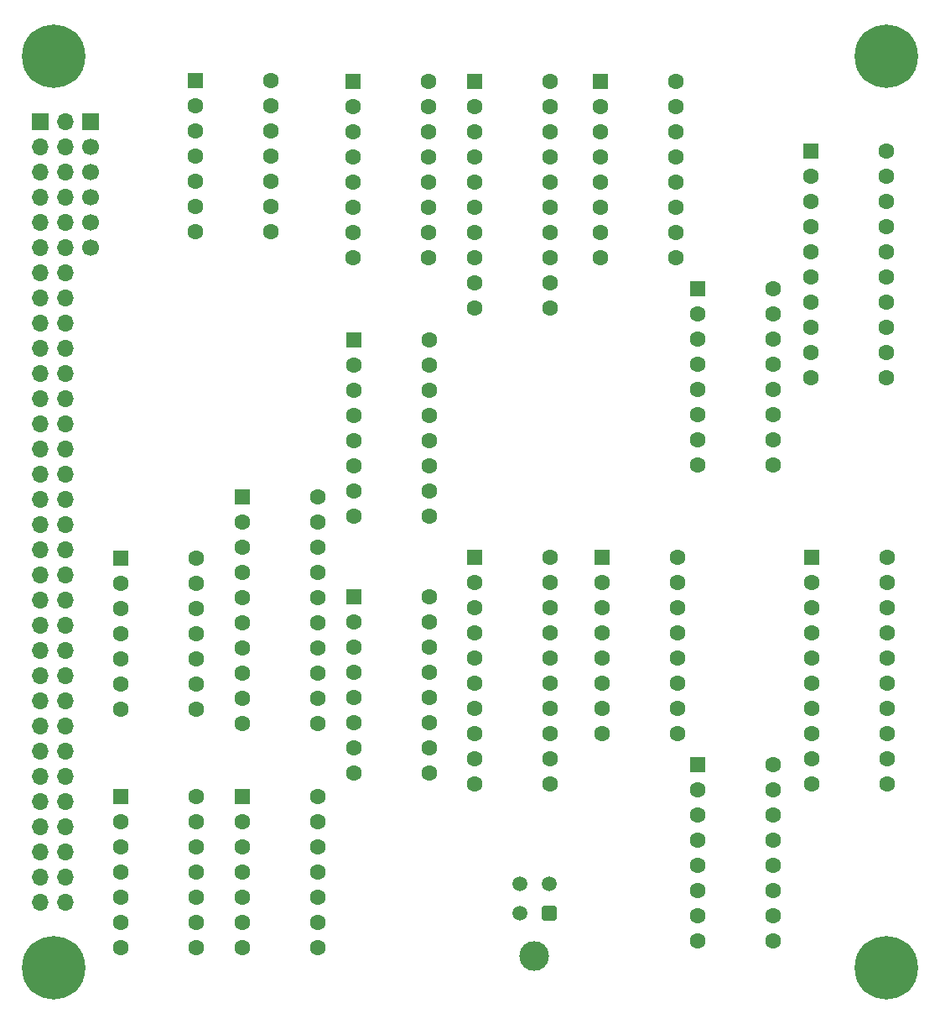
<source format=gbr>
%TF.GenerationSoftware,KiCad,Pcbnew,9.0.4*%
%TF.CreationDate,2025-09-05T01:15:07-04:00*%
%TF.ProjectId,tta8_cu_async,74746138-5f63-4755-9f61-73796e632e6b,0*%
%TF.SameCoordinates,Original*%
%TF.FileFunction,Soldermask,Top*%
%TF.FilePolarity,Negative*%
%FSLAX46Y46*%
G04 Gerber Fmt 4.6, Leading zero omitted, Abs format (unit mm)*
G04 Created by KiCad (PCBNEW 9.0.4) date 2025-09-05 01:15:07*
%MOMM*%
%LPD*%
G01*
G04 APERTURE LIST*
G04 Aperture macros list*
%AMRoundRect*
0 Rectangle with rounded corners*
0 $1 Rounding radius*
0 $2 $3 $4 $5 $6 $7 $8 $9 X,Y pos of 4 corners*
0 Add a 4 corners polygon primitive as box body*
4,1,4,$2,$3,$4,$5,$6,$7,$8,$9,$2,$3,0*
0 Add four circle primitives for the rounded corners*
1,1,$1+$1,$2,$3*
1,1,$1+$1,$4,$5*
1,1,$1+$1,$6,$7*
1,1,$1+$1,$8,$9*
0 Add four rect primitives between the rounded corners*
20,1,$1+$1,$2,$3,$4,$5,0*
20,1,$1+$1,$4,$5,$6,$7,0*
20,1,$1+$1,$6,$7,$8,$9,0*
20,1,$1+$1,$8,$9,$2,$3,0*%
G04 Aperture macros list end*
%ADD10R,1.700000X1.700000*%
%ADD11C,1.700000*%
%ADD12RoundRect,0.250000X-0.550000X-0.550000X0.550000X-0.550000X0.550000X0.550000X-0.550000X0.550000X0*%
%ADD13C,1.600000*%
%ADD14C,6.400000*%
%ADD15O,1.700000X1.700000*%
%ADD16C,3.000000*%
%ADD17RoundRect,0.250001X0.499999X0.499999X-0.499999X0.499999X-0.499999X-0.499999X0.499999X-0.499999X0*%
%ADD18C,1.500000*%
G04 APERTURE END LIST*
D10*
%TO.C,J2*%
X62650000Y-57645000D03*
D11*
X62650000Y-60185000D03*
X62650000Y-62725000D03*
X62650000Y-65265000D03*
X62650000Y-67805000D03*
X62650000Y-70345000D03*
%TD*%
D12*
%TO.C,U5*%
X89250000Y-105600000D03*
D13*
X89250000Y-108140000D03*
X89250000Y-110680000D03*
X89250000Y-113220000D03*
X89250000Y-115760000D03*
X89250000Y-118300000D03*
X89250000Y-120840000D03*
X89250000Y-123380000D03*
X96870000Y-123380000D03*
X96870000Y-120840000D03*
X96870000Y-118300000D03*
X96870000Y-115760000D03*
X96870000Y-113220000D03*
X96870000Y-110680000D03*
X96870000Y-108140000D03*
X96870000Y-105600000D03*
%TD*%
D14*
%TO.C,H3*%
X59000000Y-143000000D03*
%TD*%
%TO.C,H2*%
X143000000Y-51000000D03*
%TD*%
D12*
%TO.C,U13*%
X135380000Y-60570000D03*
D13*
X135380000Y-63110000D03*
X135380000Y-65650000D03*
X135380000Y-68190000D03*
X135380000Y-70730000D03*
X135380000Y-73270000D03*
X135380000Y-75810000D03*
X135380000Y-78350000D03*
X135380000Y-80890000D03*
X135380000Y-83430000D03*
X143000000Y-83430000D03*
X143000000Y-80890000D03*
X143000000Y-78350000D03*
X143000000Y-75810000D03*
X143000000Y-73270000D03*
X143000000Y-70730000D03*
X143000000Y-68190000D03*
X143000000Y-65650000D03*
X143000000Y-63110000D03*
X143000000Y-60570000D03*
%TD*%
D10*
%TO.C,J1*%
X57570000Y-57645000D03*
D15*
X60110000Y-57645000D03*
X57570000Y-60185000D03*
X60110000Y-60185000D03*
X57570000Y-62725000D03*
X60110000Y-62725000D03*
X57570000Y-65265000D03*
X60110000Y-65265000D03*
X57570000Y-67805000D03*
X60110000Y-67805000D03*
X57570000Y-70345000D03*
X60110000Y-70345000D03*
X57570000Y-72885000D03*
X60110000Y-72885000D03*
X57570000Y-75425000D03*
X60110000Y-75425000D03*
X57570000Y-77965000D03*
X60110000Y-77965000D03*
X57570000Y-80505000D03*
X60110000Y-80505000D03*
X57570000Y-83045000D03*
X60110000Y-83045000D03*
X57570000Y-85585000D03*
X60110000Y-85585000D03*
X57570000Y-88125000D03*
X60110000Y-88125000D03*
X57570000Y-90665000D03*
X60110000Y-90665000D03*
X57570000Y-93205000D03*
X60110000Y-93205000D03*
X57570000Y-95745000D03*
X60110000Y-95745000D03*
X57570000Y-98285000D03*
X60110000Y-98285000D03*
X57570000Y-100825000D03*
X60110000Y-100825000D03*
X57570000Y-103365000D03*
X60110000Y-103365000D03*
X57570000Y-105905000D03*
X60110000Y-105905000D03*
X57570000Y-108445000D03*
X60110000Y-108445000D03*
X57570000Y-110985000D03*
X60110000Y-110985000D03*
X57570000Y-113525000D03*
X60110000Y-113525000D03*
X57570000Y-116065000D03*
X60110000Y-116065000D03*
X57570000Y-118605000D03*
X60110000Y-118605000D03*
X57570000Y-121145000D03*
X60110000Y-121145000D03*
X57570000Y-123685000D03*
X60110000Y-123685000D03*
X57570000Y-126225000D03*
X60110000Y-126225000D03*
X57570000Y-128765000D03*
X60110000Y-128765000D03*
X57570000Y-131305000D03*
X60110000Y-131305000D03*
X57570000Y-133845000D03*
X60110000Y-133845000D03*
X57570000Y-136385000D03*
X60110000Y-136385000D03*
%TD*%
D12*
%TO.C,U8*%
X114195000Y-53610000D03*
D13*
X114195000Y-56150000D03*
X114195000Y-58690000D03*
X114195000Y-61230000D03*
X114195000Y-63770000D03*
X114195000Y-66310000D03*
X114195000Y-68850000D03*
X114195000Y-71390000D03*
X121815000Y-71390000D03*
X121815000Y-68850000D03*
X121815000Y-66310000D03*
X121815000Y-63770000D03*
X121815000Y-61230000D03*
X121815000Y-58690000D03*
X121815000Y-56150000D03*
X121815000Y-53610000D03*
%TD*%
D12*
%TO.C,U9*%
X123995000Y-74510000D03*
D13*
X123995000Y-77050000D03*
X123995000Y-79590000D03*
X123995000Y-82130000D03*
X123995000Y-84670000D03*
X123995000Y-87210000D03*
X123995000Y-89750000D03*
X123995000Y-92290000D03*
X131615000Y-92290000D03*
X131615000Y-89750000D03*
X131615000Y-87210000D03*
X131615000Y-84670000D03*
X131615000Y-82130000D03*
X131615000Y-79590000D03*
X131615000Y-77050000D03*
X131615000Y-74510000D03*
%TD*%
D12*
%TO.C,U4*%
X78000000Y-95470000D03*
D13*
X78000000Y-98010000D03*
X78000000Y-100550000D03*
X78000000Y-103090000D03*
X78000000Y-105630000D03*
X78000000Y-108170000D03*
X78000000Y-110710000D03*
X78000000Y-113250000D03*
X78000000Y-115790000D03*
X78000000Y-118330000D03*
X85620000Y-118330000D03*
X85620000Y-115790000D03*
X85620000Y-113250000D03*
X85620000Y-110710000D03*
X85620000Y-108170000D03*
X85620000Y-105630000D03*
X85620000Y-103090000D03*
X85620000Y-100550000D03*
X85620000Y-98010000D03*
X85620000Y-95470000D03*
%TD*%
D14*
%TO.C,H1*%
X59000000Y-51000000D03*
%TD*%
D12*
%TO.C,U3*%
X65750000Y-125710000D03*
D13*
X65750000Y-128250000D03*
X65750000Y-130790000D03*
X65750000Y-133330000D03*
X65750000Y-135870000D03*
X65750000Y-138410000D03*
X65750000Y-140950000D03*
X73370000Y-140950000D03*
X73370000Y-138410000D03*
X73370000Y-135870000D03*
X73370000Y-133330000D03*
X73370000Y-130790000D03*
X73370000Y-128250000D03*
X73370000Y-125710000D03*
%TD*%
D12*
%TO.C,U1*%
X73295000Y-53480000D03*
D13*
X73295000Y-56020000D03*
X73295000Y-58560000D03*
X73295000Y-61100000D03*
X73295000Y-63640000D03*
X73295000Y-66180000D03*
X73295000Y-68720000D03*
X80915000Y-68720000D03*
X80915000Y-66180000D03*
X80915000Y-63640000D03*
X80915000Y-61100000D03*
X80915000Y-58560000D03*
X80915000Y-56020000D03*
X80915000Y-53480000D03*
%TD*%
D12*
%TO.C,U7*%
X89195000Y-53560000D03*
D13*
X89195000Y-56100000D03*
X89195000Y-58640000D03*
X89195000Y-61180000D03*
X89195000Y-63720000D03*
X89195000Y-66260000D03*
X89195000Y-68800000D03*
X89195000Y-71340000D03*
X96815000Y-71340000D03*
X96815000Y-68800000D03*
X96815000Y-66260000D03*
X96815000Y-63720000D03*
X96815000Y-61180000D03*
X96815000Y-58640000D03*
X96815000Y-56100000D03*
X96815000Y-53560000D03*
%TD*%
D12*
%TO.C,U10*%
X114300000Y-101600000D03*
D13*
X114300000Y-104140000D03*
X114300000Y-106680000D03*
X114300000Y-109220000D03*
X114300000Y-111760000D03*
X114300000Y-114300000D03*
X114300000Y-116840000D03*
X114300000Y-119380000D03*
X121920000Y-119380000D03*
X121920000Y-116840000D03*
X121920000Y-114300000D03*
X121920000Y-111760000D03*
X121920000Y-109220000D03*
X121920000Y-106680000D03*
X121920000Y-104140000D03*
X121920000Y-101600000D03*
%TD*%
D12*
%TO.C,U11*%
X124000000Y-122460000D03*
D13*
X124000000Y-125000000D03*
X124000000Y-127540000D03*
X124000000Y-130080000D03*
X124000000Y-132620000D03*
X124000000Y-135160000D03*
X124000000Y-137700000D03*
X124000000Y-140240000D03*
X131620000Y-140240000D03*
X131620000Y-137700000D03*
X131620000Y-135160000D03*
X131620000Y-132620000D03*
X131620000Y-130080000D03*
X131620000Y-127540000D03*
X131620000Y-125000000D03*
X131620000Y-122460000D03*
%TD*%
D12*
%TO.C,U2*%
X65750000Y-101700000D03*
D13*
X65750000Y-104240000D03*
X65750000Y-106780000D03*
X65750000Y-109320000D03*
X65750000Y-111860000D03*
X65750000Y-114400000D03*
X65750000Y-116940000D03*
X73370000Y-116940000D03*
X73370000Y-114400000D03*
X73370000Y-111860000D03*
X73370000Y-109320000D03*
X73370000Y-106780000D03*
X73370000Y-104240000D03*
X73370000Y-101700000D03*
%TD*%
D12*
%TO.C,U6*%
X89250000Y-79660000D03*
D13*
X89250000Y-82200000D03*
X89250000Y-84740000D03*
X89250000Y-87280000D03*
X89250000Y-89820000D03*
X89250000Y-92360000D03*
X89250000Y-94900000D03*
X89250000Y-97440000D03*
X96870000Y-97440000D03*
X96870000Y-94900000D03*
X96870000Y-92360000D03*
X96870000Y-89820000D03*
X96870000Y-87280000D03*
X96870000Y-84740000D03*
X96870000Y-82200000D03*
X96870000Y-79660000D03*
%TD*%
D16*
%TO.C,J3*%
X107500000Y-141820000D03*
D17*
X109000000Y-137500000D03*
D18*
X106000000Y-137500000D03*
X109000000Y-134500000D03*
X106000000Y-134500000D03*
%TD*%
D14*
%TO.C,H4*%
X143000000Y-143000000D03*
%TD*%
D12*
%TO.C,U15*%
X101500000Y-53560000D03*
D13*
X101500000Y-56100000D03*
X101500000Y-58640000D03*
X101500000Y-61180000D03*
X101500000Y-63720000D03*
X101500000Y-66260000D03*
X101500000Y-68800000D03*
X101500000Y-71340000D03*
X101500000Y-73880000D03*
X101500000Y-76420000D03*
X109120000Y-76420000D03*
X109120000Y-73880000D03*
X109120000Y-71340000D03*
X109120000Y-68800000D03*
X109120000Y-66260000D03*
X109120000Y-63720000D03*
X109120000Y-61180000D03*
X109120000Y-58640000D03*
X109120000Y-56100000D03*
X109120000Y-53560000D03*
%TD*%
D12*
%TO.C,U14*%
X135500000Y-101620000D03*
D13*
X135500000Y-104160000D03*
X135500000Y-106700000D03*
X135500000Y-109240000D03*
X135500000Y-111780000D03*
X135500000Y-114320000D03*
X135500000Y-116860000D03*
X135500000Y-119400000D03*
X135500000Y-121940000D03*
X135500000Y-124480000D03*
X143120000Y-124480000D03*
X143120000Y-121940000D03*
X143120000Y-119400000D03*
X143120000Y-116860000D03*
X143120000Y-114320000D03*
X143120000Y-111780000D03*
X143120000Y-109240000D03*
X143120000Y-106700000D03*
X143120000Y-104160000D03*
X143120000Y-101620000D03*
%TD*%
D12*
%TO.C,U12*%
X78000000Y-125710000D03*
D13*
X78000000Y-128250000D03*
X78000000Y-130790000D03*
X78000000Y-133330000D03*
X78000000Y-135870000D03*
X78000000Y-138410000D03*
X78000000Y-140950000D03*
X85620000Y-140950000D03*
X85620000Y-138410000D03*
X85620000Y-135870000D03*
X85620000Y-133330000D03*
X85620000Y-130790000D03*
X85620000Y-128250000D03*
X85620000Y-125710000D03*
%TD*%
D12*
%TO.C,U16*%
X101500000Y-101560000D03*
D13*
X101500000Y-104100000D03*
X101500000Y-106640000D03*
X101500000Y-109180000D03*
X101500000Y-111720000D03*
X101500000Y-114260000D03*
X101500000Y-116800000D03*
X101500000Y-119340000D03*
X101500000Y-121880000D03*
X101500000Y-124420000D03*
X109120000Y-124420000D03*
X109120000Y-121880000D03*
X109120000Y-119340000D03*
X109120000Y-116800000D03*
X109120000Y-114260000D03*
X109120000Y-111720000D03*
X109120000Y-109180000D03*
X109120000Y-106640000D03*
X109120000Y-104100000D03*
X109120000Y-101560000D03*
%TD*%
M02*

</source>
